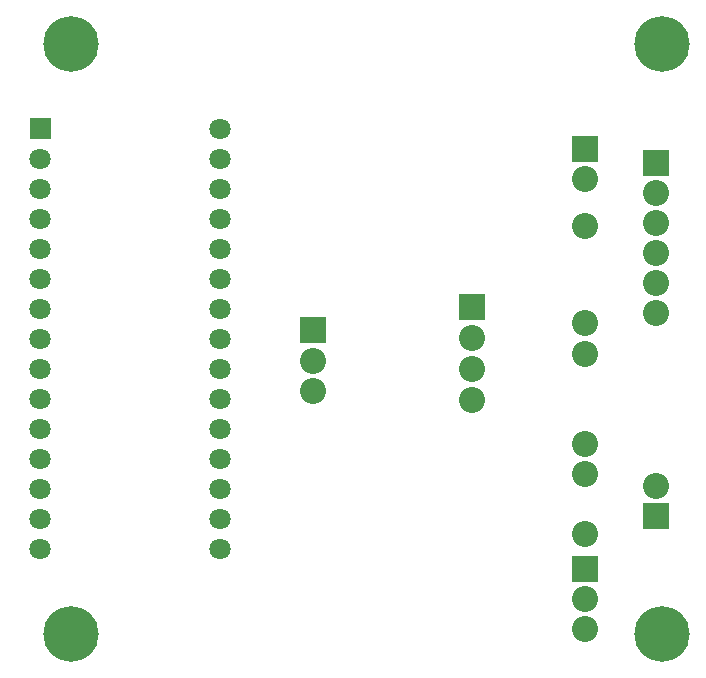
<source format=gts>
G04 Layer: TopSolderMaskLayer*
G04 EasyEDA v6.4.19.5, 2021-05-27T00:11:37--3:00*
G04 bf34132eec9142e49db4406177482e83,59636247558045d2802cba280e4ac9d9,10*
G04 Gerber Generator version 0.2*
G04 Scale: 100 percent, Rotated: No, Reflected: No *
G04 Dimensions in millimeters *
G04 leading zeros omitted , absolute positions ,4 integer and 5 decimal *
%FSLAX45Y45*%
%MOMM*%

%ADD26C,2.2032*%
%ADD28C,1.8032*%
%ADD29C,4.7032*%

%LPD*%
G36*
X5339841Y4376928D02*
G01*
X5339841Y4597400D01*
X5560313Y4597400D01*
X5560313Y4376928D01*
G37*
D26*
G01*
X5450077Y4233176D03*
G01*
X5450077Y3979176D03*
G01*
X5450077Y3725176D03*
G01*
X5450077Y3471176D03*
G01*
X5450077Y3217176D03*
G01*
X5450077Y1753882D03*
G36*
X5339841Y1389634D02*
G01*
X5339841Y1610105D01*
X5560313Y1610105D01*
X5560313Y1389634D01*
G37*
G36*
X147828Y4687823D02*
G01*
X147828Y4868163D01*
X328168Y4868163D01*
X328168Y4687823D01*
G37*
D28*
G01*
X238000Y4524001D03*
G01*
X238000Y4270001D03*
G01*
X238000Y4016001D03*
G01*
X238000Y3762001D03*
G01*
X238000Y3508001D03*
G01*
X238000Y3254001D03*
G01*
X238000Y3000001D03*
G01*
X238000Y2746001D03*
G01*
X238000Y2492001D03*
G01*
X238000Y2238001D03*
G01*
X238000Y1984001D03*
G01*
X238000Y1730001D03*
G01*
X238000Y1476001D03*
G01*
X238000Y1222001D03*
G01*
X1762000Y4778001D03*
G01*
X1762000Y4524001D03*
G01*
X1762000Y4270001D03*
G01*
X1762000Y4016001D03*
G01*
X1762000Y3762001D03*
G01*
X1762000Y3508001D03*
G01*
X1762000Y3254001D03*
G01*
X1762000Y3000001D03*
G01*
X1762000Y2746001D03*
G01*
X1762000Y2492001D03*
G01*
X1762000Y2238001D03*
G01*
X1762000Y1984001D03*
G01*
X1762000Y1730001D03*
G01*
X1762000Y1476001D03*
G01*
X1762000Y1222001D03*
G36*
X4739893Y4493768D02*
G01*
X4739893Y4714239D01*
X4960111Y4714239D01*
X4960111Y4493768D01*
G37*
D26*
G01*
X4850000Y4350001D03*
G01*
X4849875Y1345958D03*
G01*
X4849875Y1853958D03*
G01*
X4851974Y3132574D03*
G01*
X4851974Y3958074D03*
G01*
X4850000Y2874992D03*
G01*
X4850000Y2112992D03*
D29*
G01*
X499998Y5500001D03*
G01*
X5499999Y5500001D03*
G01*
X499998Y500001D03*
G01*
X5499999Y500001D03*
G36*
X4739893Y943863D02*
G01*
X4739893Y1164081D01*
X4960111Y1164081D01*
X4960111Y943863D01*
G37*
D26*
G01*
X4850000Y800000D03*
G01*
X4850000Y546000D03*
G36*
X2434843Y2964942D02*
G01*
X2434843Y3185160D01*
X2655315Y3185160D01*
X2655315Y2964942D01*
G37*
G01*
X2545029Y2554973D03*
G01*
X3890035Y3005975D03*
G01*
X3890035Y2745955D03*
G01*
X2545029Y2814967D03*
G36*
X3779774Y3155695D02*
G01*
X3779774Y3376168D01*
X4000245Y3376168D01*
X4000245Y3155695D01*
G37*
G01*
X3890035Y2485961D03*
M02*

</source>
